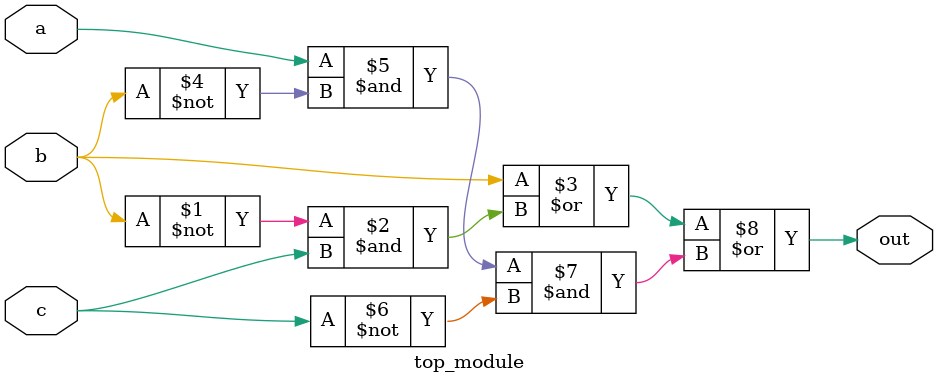
<source format=v>
module top_module(
    input a,
    input b,
    input c,
    output out  ); 
    assign out = (b | ((~b) & c) | (a & (~b) & (~c)));

endmodule

</source>
